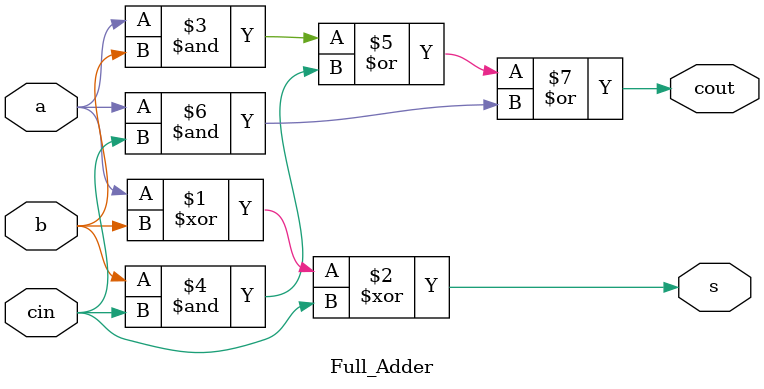
<source format=v>
`timescale 1ns / 1ps

module Full_Adder(
    input a, b, cin,
    output s, cout
    );
    
    assign s = a ^ b ^ cin;
    assign cout = (a & b) | (b & cin) | (a & cin);
    
endmodule

</source>
